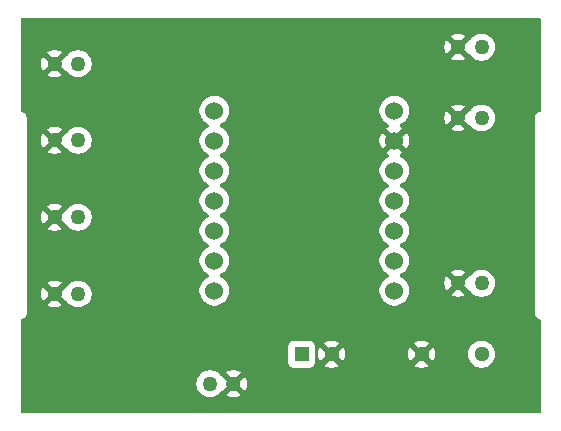
<source format=gbl>
%TF.GenerationSoftware,KiCad,Pcbnew,9.0.0*%
%TF.CreationDate,2025-09-07T15:38:32-04:00*%
%TF.ProjectId,OlfactoryDisplay,4f6c6661-6374-46f7-9279-446973706c61,rev?*%
%TF.SameCoordinates,Original*%
%TF.FileFunction,Copper,L2,Bot*%
%TF.FilePolarity,Positive*%
%FSLAX46Y46*%
G04 Gerber Fmt 4.6, Leading zero omitted, Abs format (unit mm)*
G04 Created by KiCad (PCBNEW 9.0.0) date 2025-09-07 15:38:32*
%MOMM*%
%LPD*%
G01*
G04 APERTURE LIST*
%TA.AperFunction,ComponentPad*%
%ADD10C,1.270000*%
%TD*%
%TA.AperFunction,ComponentPad*%
%ADD11C,1.524000*%
%TD*%
%TA.AperFunction,ComponentPad*%
%ADD12R,1.288000X1.288000*%
%TD*%
%TA.AperFunction,ComponentPad*%
%ADD13C,1.288000*%
%TD*%
G04 APERTURE END LIST*
D10*
%TO.P,J3,1,1*%
%TO.N,Atomizer 3 Out*%
X84850002Y-68901700D03*
%TO.P,J3,2,2*%
%TO.N,GND*%
X82850001Y-68901700D03*
%TD*%
%TO.P,J2,1,1*%
%TO.N,Atomizer 2 Out*%
X84850001Y-62401700D03*
%TO.P,J2,2,2*%
%TO.N,GND*%
X82850000Y-62401700D03*
%TD*%
D11*
%TO.P,U7,1,PA02_A0_D0*%
%TO.N,unconnected-(U7-PA02_A0_D0-Pad1)*%
X96380000Y-59880000D03*
%TO.P,U7,2,PA4_A1_D1*%
%TO.N,Net-(U3-G)*%
X96380000Y-62420000D03*
%TO.P,U7,3,PA10_A2_D2*%
%TO.N,Net-(U4-G)*%
X96380000Y-64960000D03*
%TO.P,U7,4,PA11_A3_D3*%
%TO.N,Net-(U5-G)*%
X96380000Y-67500000D03*
%TO.P,U7,5,PA8_A4_D4_SDA*%
%TO.N,Net-(U6-G)*%
X96380000Y-70040000D03*
%TO.P,U7,6,PA9_A5_D5_SCL*%
%TO.N,unconnected-(U7-PA9_A5_D5_SCL-Pad6)*%
X96380000Y-72580000D03*
%TO.P,U7,7,PB08_A6_D6_TX*%
%TO.N,unconnected-(U7-PB08_A6_D6_TX-Pad7)*%
X96380000Y-75120000D03*
%TO.P,U7,8,PB09_A7_D7_RX*%
%TO.N,unconnected-(U7-PB09_A7_D7_RX-Pad8)*%
X111620000Y-75120000D03*
%TO.P,U7,9,PA7_A8_D8_SCK*%
%TO.N,unconnected-(U7-PA7_A8_D8_SCK-Pad9)*%
X111620000Y-72580000D03*
%TO.P,U7,10,PA5_A9_D9_MISO*%
%TO.N,Net-(U1-G)*%
X111620000Y-70040000D03*
%TO.P,U7,11,PA6_A10_D10_MOSI*%
%TO.N,Net-(U2-G)*%
X111620000Y-67500000D03*
%TO.P,U7,12,3V3*%
%TO.N,unconnected-(U7-3V3-Pad12)*%
X111620000Y-64960000D03*
%TO.P,U7,13,GND*%
%TO.N,GND*%
X111620000Y-62420000D03*
%TO.P,U7,14,5V*%
%TO.N,Battery 2 In*%
X111620000Y-59880000D03*
%TD*%
D10*
%TO.P,J9,1,1*%
%TO.N,5V Fan Out*%
X119000000Y-60500000D03*
%TO.P,J9,2,2*%
%TO.N,GND*%
X116999999Y-60500000D03*
%TD*%
D12*
%TO.P,PS1,1,+VIN*%
%TO.N,Battery 2 In*%
X103760000Y-80500000D03*
D13*
%TO.P,PS1,2,-VIN*%
%TO.N,GND*%
X106300000Y-80500000D03*
%TO.P,PS1,5,-VOUT*%
X113920000Y-80500000D03*
%TO.P,PS1,7,+VOUT*%
%TO.N,Converter Out*%
X119000000Y-80500000D03*
%TD*%
D10*
%TO.P,J6,1,1*%
%TO.N,Battery 2 In*%
X119000000Y-54500000D03*
%TO.P,J6,2,2*%
%TO.N,GND*%
X116999999Y-54500000D03*
%TD*%
%TO.P,J4,1,1*%
%TO.N,Atomizer 4 Out*%
X84850001Y-75401700D03*
%TO.P,J4,2,2*%
%TO.N,GND*%
X82850000Y-75401700D03*
%TD*%
%TO.P,J1,1,1*%
%TO.N,Atomizer 1 Out*%
X84850001Y-55901700D03*
%TO.P,J1,2,2*%
%TO.N,GND*%
X82850000Y-55901700D03*
%TD*%
%TO.P,J7,1,1*%
%TO.N,Battery 1 In*%
X95999999Y-83000000D03*
%TO.P,J7,2,2*%
%TO.N,GND*%
X98000000Y-83000000D03*
%TD*%
%TO.P,J5,1,1*%
%TO.N,12V Fan Out*%
X119000001Y-74499999D03*
%TO.P,J5,2,2*%
%TO.N,GND*%
X117000000Y-74499999D03*
%TD*%
%TA.AperFunction,Conductor*%
%TO.N,GND*%
G36*
X123943039Y-52020185D02*
G01*
X123988794Y-52072989D01*
X124000000Y-52124500D01*
X124000000Y-59886696D01*
X123980315Y-59953735D01*
X123927511Y-59999490D01*
X123908097Y-60006469D01*
X123866853Y-60017520D01*
X123806812Y-60033608D01*
X123692686Y-60099500D01*
X123692683Y-60099502D01*
X123599502Y-60192683D01*
X123599500Y-60192686D01*
X123533608Y-60306812D01*
X123499500Y-60434108D01*
X123499500Y-77065891D01*
X123533608Y-77193187D01*
X123566554Y-77250250D01*
X123599500Y-77307314D01*
X123692686Y-77400500D01*
X123806814Y-77466392D01*
X123908095Y-77493529D01*
X123967753Y-77529892D01*
X123998283Y-77592739D01*
X124000000Y-77613303D01*
X124000000Y-85375500D01*
X123980315Y-85442539D01*
X123927511Y-85488294D01*
X123876000Y-85499500D01*
X80124000Y-85499500D01*
X80056961Y-85479815D01*
X80011206Y-85427011D01*
X80000000Y-85375500D01*
X80000000Y-82910634D01*
X94864499Y-82910634D01*
X94864499Y-83089365D01*
X94892459Y-83265898D01*
X94892459Y-83265901D01*
X94947688Y-83435878D01*
X94947690Y-83435881D01*
X95028832Y-83595132D01*
X95133888Y-83739728D01*
X95260271Y-83866111D01*
X95404867Y-83971167D01*
X95564118Y-84052309D01*
X95564120Y-84052310D01*
X95722669Y-84103825D01*
X95734102Y-84107540D01*
X95910633Y-84135500D01*
X95910634Y-84135500D01*
X96089364Y-84135500D01*
X96089365Y-84135500D01*
X96265896Y-84107540D01*
X96265899Y-84107539D01*
X96265900Y-84107539D01*
X96435877Y-84052310D01*
X96435877Y-84052309D01*
X96435880Y-84052309D01*
X96595131Y-83971167D01*
X96739727Y-83866111D01*
X96866110Y-83739728D01*
X96928420Y-83653965D01*
X96931898Y-83649952D01*
X96956998Y-83633819D01*
X96980626Y-83615600D01*
X96986749Y-83614697D01*
X96990674Y-83612175D01*
X97003861Y-83612174D01*
X97035344Y-83607533D01*
X97038652Y-83607793D01*
X97619000Y-83027445D01*
X97619000Y-83050160D01*
X97644964Y-83147061D01*
X97695124Y-83233940D01*
X97766060Y-83304876D01*
X97852939Y-83355036D01*
X97949840Y-83381000D01*
X97972554Y-83381000D01*
X97392205Y-83961347D01*
X97392205Y-83961348D01*
X97405129Y-83970738D01*
X97564306Y-84051844D01*
X97734219Y-84107053D01*
X97910669Y-84135000D01*
X98089331Y-84135000D01*
X98265780Y-84107053D01*
X98435693Y-84051844D01*
X98594867Y-83970739D01*
X98594872Y-83970737D01*
X98607794Y-83961347D01*
X98027447Y-83381000D01*
X98050160Y-83381000D01*
X98147061Y-83355036D01*
X98233940Y-83304876D01*
X98304876Y-83233940D01*
X98355036Y-83147061D01*
X98381000Y-83050160D01*
X98381000Y-83027446D01*
X98961347Y-83607794D01*
X98970737Y-83594872D01*
X98970739Y-83594867D01*
X99051844Y-83435693D01*
X99107053Y-83265780D01*
X99135000Y-83089331D01*
X99135000Y-82910668D01*
X99107053Y-82734219D01*
X99051844Y-82564306D01*
X98970738Y-82405129D01*
X98961347Y-82392205D01*
X98381000Y-82972552D01*
X98381000Y-82949840D01*
X98355036Y-82852939D01*
X98304876Y-82766060D01*
X98233940Y-82695124D01*
X98147061Y-82644964D01*
X98050160Y-82619000D01*
X98027447Y-82619000D01*
X98607794Y-82038652D01*
X98607793Y-82038651D01*
X98594869Y-82029260D01*
X98435693Y-81948155D01*
X98265780Y-81892946D01*
X98089331Y-81865000D01*
X97910669Y-81865000D01*
X97734219Y-81892946D01*
X97564306Y-81948155D01*
X97405127Y-82029262D01*
X97392205Y-82038651D01*
X97392204Y-82038651D01*
X97972554Y-82619000D01*
X97949840Y-82619000D01*
X97852939Y-82644964D01*
X97766060Y-82695124D01*
X97695124Y-82766060D01*
X97644964Y-82852939D01*
X97619000Y-82949840D01*
X97619000Y-82972553D01*
X97038651Y-82392204D01*
X97035343Y-82392465D01*
X97030426Y-82391432D01*
X97025608Y-82392847D01*
X96996574Y-82384320D01*
X96966966Y-82378101D01*
X96962077Y-82374190D01*
X96958569Y-82373160D01*
X96946274Y-82361547D01*
X96931897Y-82350046D01*
X96928417Y-82346029D01*
X96866110Y-82260272D01*
X96739727Y-82133889D01*
X96595131Y-82028833D01*
X96435880Y-81947691D01*
X96435877Y-81947689D01*
X96265898Y-81892460D01*
X96148208Y-81873820D01*
X96089365Y-81864500D01*
X95910633Y-81864500D01*
X95851789Y-81873820D01*
X95734100Y-81892460D01*
X95734097Y-81892460D01*
X95564120Y-81947689D01*
X95564117Y-81947691D01*
X95404866Y-82028833D01*
X95260269Y-82133890D01*
X95133889Y-82260270D01*
X95028832Y-82404867D01*
X94947690Y-82564118D01*
X94947688Y-82564121D01*
X94892459Y-82734098D01*
X94892459Y-82734101D01*
X94864499Y-82910634D01*
X80000000Y-82910634D01*
X80000000Y-79808135D01*
X102615500Y-79808135D01*
X102615500Y-81191870D01*
X102615501Y-81191876D01*
X102621908Y-81251483D01*
X102672202Y-81386328D01*
X102672206Y-81386335D01*
X102758452Y-81501544D01*
X102758455Y-81501547D01*
X102873664Y-81587793D01*
X102873671Y-81587797D01*
X103008517Y-81638091D01*
X103008516Y-81638091D01*
X103015444Y-81638835D01*
X103068127Y-81644500D01*
X104451872Y-81644499D01*
X104511483Y-81638091D01*
X104646331Y-81587796D01*
X104761546Y-81501546D01*
X104847796Y-81386331D01*
X104898091Y-81251483D01*
X104904500Y-81191873D01*
X104904499Y-80409966D01*
X105156000Y-80409966D01*
X105156000Y-80590033D01*
X105184170Y-80767888D01*
X105184170Y-80767891D01*
X105239812Y-80939140D01*
X105239813Y-80939143D01*
X105321565Y-81099588D01*
X105332208Y-81114236D01*
X105332209Y-81114237D01*
X105910000Y-80536446D01*
X105910000Y-80551344D01*
X105936578Y-80650534D01*
X105987923Y-80739465D01*
X106060535Y-80812077D01*
X106149466Y-80863422D01*
X106248656Y-80890000D01*
X106263554Y-80890000D01*
X105685762Y-81467790D01*
X105685762Y-81467791D01*
X105700411Y-81478434D01*
X105860856Y-81560186D01*
X105860859Y-81560187D01*
X106032110Y-81615829D01*
X106209966Y-81644000D01*
X106390034Y-81644000D01*
X106567888Y-81615829D01*
X106567891Y-81615829D01*
X106739140Y-81560187D01*
X106739143Y-81560186D01*
X106899586Y-81478435D01*
X106914236Y-81467791D01*
X106914236Y-81467790D01*
X106336447Y-80890000D01*
X106351344Y-80890000D01*
X106450534Y-80863422D01*
X106539465Y-80812077D01*
X106612077Y-80739465D01*
X106663422Y-80650534D01*
X106690000Y-80551344D01*
X106690000Y-80536446D01*
X107267790Y-81114236D01*
X107267791Y-81114236D01*
X107278435Y-81099586D01*
X107360186Y-80939143D01*
X107360187Y-80939140D01*
X107415829Y-80767891D01*
X107415829Y-80767888D01*
X107444000Y-80590033D01*
X107444000Y-80409966D01*
X112776000Y-80409966D01*
X112776000Y-80590033D01*
X112804170Y-80767888D01*
X112804170Y-80767891D01*
X112859812Y-80939140D01*
X112859813Y-80939143D01*
X112941565Y-81099588D01*
X112952208Y-81114236D01*
X112952209Y-81114237D01*
X113530000Y-80536446D01*
X113530000Y-80551344D01*
X113556578Y-80650534D01*
X113607923Y-80739465D01*
X113680535Y-80812077D01*
X113769466Y-80863422D01*
X113868656Y-80890000D01*
X113883554Y-80890000D01*
X113305762Y-81467790D01*
X113305762Y-81467791D01*
X113320411Y-81478434D01*
X113480856Y-81560186D01*
X113480859Y-81560187D01*
X113652110Y-81615829D01*
X113829966Y-81644000D01*
X114010034Y-81644000D01*
X114187888Y-81615829D01*
X114187891Y-81615829D01*
X114359140Y-81560187D01*
X114359143Y-81560186D01*
X114519586Y-81478435D01*
X114534236Y-81467791D01*
X114534236Y-81467790D01*
X113956447Y-80890000D01*
X113971344Y-80890000D01*
X114070534Y-80863422D01*
X114159465Y-80812077D01*
X114232077Y-80739465D01*
X114283422Y-80650534D01*
X114310000Y-80551344D01*
X114310000Y-80536446D01*
X114887790Y-81114236D01*
X114887791Y-81114236D01*
X114898435Y-81099586D01*
X114980186Y-80939143D01*
X114980187Y-80939140D01*
X115035829Y-80767891D01*
X115035829Y-80767888D01*
X115064000Y-80590033D01*
X115064000Y-80409966D01*
X115063993Y-80409920D01*
X117855500Y-80409920D01*
X117855500Y-80590079D01*
X117883680Y-80768004D01*
X117914684Y-80863422D01*
X117939287Y-80939143D01*
X117939351Y-80939338D01*
X118021138Y-81099852D01*
X118127018Y-81245585D01*
X118127022Y-81245590D01*
X118254409Y-81372977D01*
X118254414Y-81372981D01*
X118381530Y-81465335D01*
X118400151Y-81478864D01*
X118560664Y-81560650D01*
X118690763Y-81602921D01*
X118731995Y-81616319D01*
X118909921Y-81644500D01*
X118909926Y-81644500D01*
X119090079Y-81644500D01*
X119268004Y-81616319D01*
X119269512Y-81615829D01*
X119439336Y-81560650D01*
X119599849Y-81478864D01*
X119745592Y-81372976D01*
X119872976Y-81245592D01*
X119978864Y-81099849D01*
X120060650Y-80939336D01*
X120116319Y-80768004D01*
X120120839Y-80739465D01*
X120144500Y-80590079D01*
X120144500Y-80409920D01*
X120116319Y-80231995D01*
X120088522Y-80146446D01*
X120060650Y-80060664D01*
X119978864Y-79900151D01*
X119912011Y-79808135D01*
X119872981Y-79754414D01*
X119872977Y-79754409D01*
X119745590Y-79627022D01*
X119745585Y-79627018D01*
X119599852Y-79521138D01*
X119599851Y-79521137D01*
X119599849Y-79521136D01*
X119439336Y-79439350D01*
X119394902Y-79424912D01*
X119268004Y-79383680D01*
X119090079Y-79355500D01*
X119090074Y-79355500D01*
X118909926Y-79355500D01*
X118909921Y-79355500D01*
X118731995Y-79383680D01*
X118560661Y-79439351D01*
X118400147Y-79521138D01*
X118254414Y-79627018D01*
X118254409Y-79627022D01*
X118127022Y-79754409D01*
X118127018Y-79754414D01*
X118021138Y-79900147D01*
X117939351Y-80060661D01*
X117883680Y-80231995D01*
X117855500Y-80409920D01*
X115063993Y-80409920D01*
X115035829Y-80232111D01*
X115035829Y-80232108D01*
X114980187Y-80060859D01*
X114980186Y-80060856D01*
X114898434Y-79900411D01*
X114887790Y-79885762D01*
X114310000Y-80463552D01*
X114310000Y-80448656D01*
X114283422Y-80349466D01*
X114232077Y-80260535D01*
X114159465Y-80187923D01*
X114070534Y-80136578D01*
X113971344Y-80110000D01*
X113956447Y-80110000D01*
X114534237Y-79532209D01*
X114534236Y-79532208D01*
X114519588Y-79521565D01*
X114359143Y-79439813D01*
X114359140Y-79439812D01*
X114187889Y-79384170D01*
X114010034Y-79356000D01*
X113829966Y-79356000D01*
X113652111Y-79384170D01*
X113652108Y-79384170D01*
X113480859Y-79439812D01*
X113480856Y-79439813D01*
X113320410Y-79521565D01*
X113320408Y-79521566D01*
X113305762Y-79532206D01*
X113305762Y-79532208D01*
X113883554Y-80110000D01*
X113868656Y-80110000D01*
X113769466Y-80136578D01*
X113680535Y-80187923D01*
X113607923Y-80260535D01*
X113556578Y-80349466D01*
X113530000Y-80448656D01*
X113530000Y-80463554D01*
X112952208Y-79885762D01*
X112952206Y-79885762D01*
X112941566Y-79900408D01*
X112941565Y-79900410D01*
X112859813Y-80060856D01*
X112859812Y-80060859D01*
X112804170Y-80232108D01*
X112804170Y-80232111D01*
X112776000Y-80409966D01*
X107444000Y-80409966D01*
X107415829Y-80232111D01*
X107415829Y-80232108D01*
X107360187Y-80060859D01*
X107360186Y-80060856D01*
X107278434Y-79900411D01*
X107267790Y-79885762D01*
X106690000Y-80463552D01*
X106690000Y-80448656D01*
X106663422Y-80349466D01*
X106612077Y-80260535D01*
X106539465Y-80187923D01*
X106450534Y-80136578D01*
X106351344Y-80110000D01*
X106336447Y-80110000D01*
X106914237Y-79532208D01*
X106899588Y-79521565D01*
X106739143Y-79439813D01*
X106739140Y-79439812D01*
X106567889Y-79384170D01*
X106390034Y-79356000D01*
X106209966Y-79356000D01*
X106032111Y-79384170D01*
X106032108Y-79384170D01*
X105860859Y-79439812D01*
X105860856Y-79439813D01*
X105700410Y-79521565D01*
X105700408Y-79521566D01*
X105685762Y-79532206D01*
X105685762Y-79532208D01*
X106263554Y-80110000D01*
X106248656Y-80110000D01*
X106149466Y-80136578D01*
X106060535Y-80187923D01*
X105987923Y-80260535D01*
X105936578Y-80349466D01*
X105910000Y-80448656D01*
X105910000Y-80463554D01*
X105332208Y-79885762D01*
X105332206Y-79885762D01*
X105321566Y-79900408D01*
X105321565Y-79900410D01*
X105239813Y-80060856D01*
X105239812Y-80060859D01*
X105184170Y-80232108D01*
X105184170Y-80232111D01*
X105156000Y-80409966D01*
X104904499Y-80409966D01*
X104904499Y-79808128D01*
X104898091Y-79748517D01*
X104898091Y-79748516D01*
X104851202Y-79622799D01*
X104851201Y-79622798D01*
X104847798Y-79613674D01*
X104847797Y-79613672D01*
X104847796Y-79613669D01*
X104847794Y-79613666D01*
X104847793Y-79613664D01*
X104761547Y-79498455D01*
X104761544Y-79498452D01*
X104646335Y-79412206D01*
X104646328Y-79412202D01*
X104511482Y-79361908D01*
X104511483Y-79361908D01*
X104451883Y-79355501D01*
X104451881Y-79355500D01*
X104451873Y-79355500D01*
X104451864Y-79355500D01*
X103068129Y-79355500D01*
X103068123Y-79355501D01*
X103008516Y-79361908D01*
X102873671Y-79412202D01*
X102873664Y-79412206D01*
X102758455Y-79498452D01*
X102758452Y-79498455D01*
X102672206Y-79613664D01*
X102672202Y-79613671D01*
X102621908Y-79748517D01*
X102615501Y-79808116D01*
X102615501Y-79808123D01*
X102615500Y-79808135D01*
X80000000Y-79808135D01*
X80000000Y-77613303D01*
X80019685Y-77546264D01*
X80072489Y-77500509D01*
X80091895Y-77493532D01*
X80193186Y-77466392D01*
X80307314Y-77400500D01*
X80400500Y-77307314D01*
X80466392Y-77193186D01*
X80500500Y-77065892D01*
X80500500Y-75312368D01*
X81715000Y-75312368D01*
X81715000Y-75491031D01*
X81742946Y-75667480D01*
X81798155Y-75837393D01*
X81879260Y-75996569D01*
X81888651Y-76009493D01*
X81888652Y-76009494D01*
X82469000Y-75429146D01*
X82469000Y-75451860D01*
X82494964Y-75548761D01*
X82545124Y-75635640D01*
X82616060Y-75706576D01*
X82702939Y-75756736D01*
X82799840Y-75782700D01*
X82822554Y-75782700D01*
X82242205Y-76363047D01*
X82242205Y-76363048D01*
X82255129Y-76372438D01*
X82414306Y-76453544D01*
X82584219Y-76508753D01*
X82760669Y-76536700D01*
X82939331Y-76536700D01*
X83115780Y-76508753D01*
X83285693Y-76453544D01*
X83444867Y-76372439D01*
X83444872Y-76372437D01*
X83457794Y-76363047D01*
X82877447Y-75782700D01*
X82900160Y-75782700D01*
X82997061Y-75756736D01*
X83083940Y-75706576D01*
X83154876Y-75635640D01*
X83205036Y-75548761D01*
X83231000Y-75451860D01*
X83231000Y-75429146D01*
X83811347Y-76009493D01*
X83814659Y-76009233D01*
X83883036Y-76023599D01*
X83924702Y-76059965D01*
X83941425Y-76082981D01*
X83983890Y-76141428D01*
X84110273Y-76267811D01*
X84254869Y-76372867D01*
X84414120Y-76454009D01*
X84414122Y-76454010D01*
X84554127Y-76499500D01*
X84584104Y-76509240D01*
X84760635Y-76537200D01*
X84760636Y-76537200D01*
X84939366Y-76537200D01*
X84939367Y-76537200D01*
X85115898Y-76509240D01*
X85115901Y-76509239D01*
X85115902Y-76509239D01*
X85285879Y-76454010D01*
X85285879Y-76454009D01*
X85285882Y-76454009D01*
X85445133Y-76372867D01*
X85589729Y-76267811D01*
X85716112Y-76141428D01*
X85821168Y-75996832D01*
X85902310Y-75837581D01*
X85957541Y-75667597D01*
X85985501Y-75491066D01*
X85985501Y-75312334D01*
X85957541Y-75135803D01*
X85957540Y-75135799D01*
X85957540Y-75135798D01*
X85902311Y-74965821D01*
X85902309Y-74965818D01*
X85887054Y-74935877D01*
X85821168Y-74806568D01*
X85716112Y-74661972D01*
X85589729Y-74535589D01*
X85445133Y-74430533D01*
X85285882Y-74349391D01*
X85285879Y-74349389D01*
X85115900Y-74294160D01*
X84998210Y-74275520D01*
X84939367Y-74266200D01*
X84760635Y-74266200D01*
X84701791Y-74275520D01*
X84584102Y-74294160D01*
X84584099Y-74294160D01*
X84414122Y-74349389D01*
X84414119Y-74349391D01*
X84254868Y-74430533D01*
X84110271Y-74535590D01*
X83983892Y-74661969D01*
X83983885Y-74661978D01*
X83924703Y-74743434D01*
X83869373Y-74786100D01*
X83814658Y-74794166D01*
X83811347Y-74793905D01*
X83231000Y-75374252D01*
X83231000Y-75351540D01*
X83205036Y-75254639D01*
X83154876Y-75167760D01*
X83083940Y-75096824D01*
X82997061Y-75046664D01*
X82900160Y-75020700D01*
X82877447Y-75020700D01*
X83457794Y-74440352D01*
X83457793Y-74440351D01*
X83444869Y-74430960D01*
X83285693Y-74349855D01*
X83115780Y-74294646D01*
X82939331Y-74266700D01*
X82760669Y-74266700D01*
X82584219Y-74294646D01*
X82414306Y-74349855D01*
X82255127Y-74430962D01*
X82242205Y-74440351D01*
X82242204Y-74440351D01*
X82822554Y-75020700D01*
X82799840Y-75020700D01*
X82702939Y-75046664D01*
X82616060Y-75096824D01*
X82545124Y-75167760D01*
X82494964Y-75254639D01*
X82469000Y-75351540D01*
X82469000Y-75374253D01*
X81888651Y-74793904D01*
X81888651Y-74793905D01*
X81879262Y-74806827D01*
X81798155Y-74966006D01*
X81742946Y-75135919D01*
X81715000Y-75312368D01*
X80500500Y-75312368D01*
X80500500Y-68812368D01*
X81715001Y-68812368D01*
X81715001Y-68991031D01*
X81742947Y-69167480D01*
X81798156Y-69337393D01*
X81879261Y-69496569D01*
X81888652Y-69509493D01*
X81888653Y-69509494D01*
X82469001Y-68929146D01*
X82469001Y-68951860D01*
X82494965Y-69048761D01*
X82545125Y-69135640D01*
X82616061Y-69206576D01*
X82702940Y-69256736D01*
X82799841Y-69282700D01*
X82822555Y-69282700D01*
X82242206Y-69863047D01*
X82242206Y-69863048D01*
X82255130Y-69872438D01*
X82414307Y-69953544D01*
X82584220Y-70008753D01*
X82760670Y-70036700D01*
X82939332Y-70036700D01*
X83115781Y-70008753D01*
X83285694Y-69953544D01*
X83444868Y-69872439D01*
X83444873Y-69872437D01*
X83457795Y-69863047D01*
X82877448Y-69282700D01*
X82900161Y-69282700D01*
X82997062Y-69256736D01*
X83083941Y-69206576D01*
X83154877Y-69135640D01*
X83205037Y-69048761D01*
X83231001Y-68951860D01*
X83231001Y-68929146D01*
X83811348Y-69509493D01*
X83814660Y-69509233D01*
X83883037Y-69523599D01*
X83924703Y-69559965D01*
X83979883Y-69635912D01*
X83983891Y-69641428D01*
X84110274Y-69767811D01*
X84254870Y-69872867D01*
X84414121Y-69954009D01*
X84414123Y-69954010D01*
X84572672Y-70005525D01*
X84584105Y-70009240D01*
X84760636Y-70037200D01*
X84760637Y-70037200D01*
X84939367Y-70037200D01*
X84939368Y-70037200D01*
X85115899Y-70009240D01*
X85115902Y-70009239D01*
X85115903Y-70009239D01*
X85285880Y-69954010D01*
X85285880Y-69954009D01*
X85285883Y-69954009D01*
X85445134Y-69872867D01*
X85589730Y-69767811D01*
X85716113Y-69641428D01*
X85821169Y-69496832D01*
X85902311Y-69337581D01*
X85957542Y-69167597D01*
X85985502Y-68991066D01*
X85985502Y-68812334D01*
X85957542Y-68635803D01*
X85957541Y-68635799D01*
X85957541Y-68635798D01*
X85902312Y-68465821D01*
X85902310Y-68465818D01*
X85900865Y-68462981D01*
X85821169Y-68306568D01*
X85716113Y-68161972D01*
X85589730Y-68035589D01*
X85445134Y-67930533D01*
X85285883Y-67849391D01*
X85285880Y-67849389D01*
X85115901Y-67794160D01*
X84998211Y-67775520D01*
X84939368Y-67766200D01*
X84760636Y-67766200D01*
X84701792Y-67775520D01*
X84584103Y-67794160D01*
X84584100Y-67794160D01*
X84414123Y-67849389D01*
X84414120Y-67849391D01*
X84254869Y-67930533D01*
X84110272Y-68035590D01*
X83983893Y-68161969D01*
X83983886Y-68161978D01*
X83924704Y-68243434D01*
X83869374Y-68286100D01*
X83814659Y-68294166D01*
X83811348Y-68293905D01*
X83231001Y-68874252D01*
X83231001Y-68851540D01*
X83205037Y-68754639D01*
X83154877Y-68667760D01*
X83083941Y-68596824D01*
X82997062Y-68546664D01*
X82900161Y-68520700D01*
X82877448Y-68520700D01*
X83457795Y-67940352D01*
X83457794Y-67940351D01*
X83444870Y-67930960D01*
X83285694Y-67849855D01*
X83115781Y-67794646D01*
X82939332Y-67766700D01*
X82760670Y-67766700D01*
X82584220Y-67794646D01*
X82414307Y-67849855D01*
X82255128Y-67930962D01*
X82242206Y-67940351D01*
X82242205Y-67940351D01*
X82822555Y-68520700D01*
X82799841Y-68520700D01*
X82702940Y-68546664D01*
X82616061Y-68596824D01*
X82545125Y-68667760D01*
X82494965Y-68754639D01*
X82469001Y-68851540D01*
X82469001Y-68874253D01*
X81888652Y-68293904D01*
X81888652Y-68293905D01*
X81879263Y-68306827D01*
X81798156Y-68466006D01*
X81742947Y-68635919D01*
X81715001Y-68812368D01*
X80500500Y-68812368D01*
X80500500Y-62312368D01*
X81715000Y-62312368D01*
X81715000Y-62491031D01*
X81742946Y-62667480D01*
X81798155Y-62837393D01*
X81879260Y-62996569D01*
X81888651Y-63009493D01*
X81888652Y-63009494D01*
X82469000Y-62429146D01*
X82469000Y-62451860D01*
X82494964Y-62548761D01*
X82545124Y-62635640D01*
X82616060Y-62706576D01*
X82702939Y-62756736D01*
X82799840Y-62782700D01*
X82822554Y-62782700D01*
X82242205Y-63363047D01*
X82242205Y-63363048D01*
X82255129Y-63372438D01*
X82414306Y-63453544D01*
X82584219Y-63508753D01*
X82760669Y-63536700D01*
X82939331Y-63536700D01*
X83115780Y-63508753D01*
X83285693Y-63453544D01*
X83444867Y-63372439D01*
X83444872Y-63372437D01*
X83457794Y-63363047D01*
X82877447Y-62782700D01*
X82900160Y-62782700D01*
X82997061Y-62756736D01*
X83083940Y-62706576D01*
X83154876Y-62635640D01*
X83205036Y-62548761D01*
X83231000Y-62451860D01*
X83231000Y-62429146D01*
X83811347Y-63009493D01*
X83814659Y-63009233D01*
X83883036Y-63023599D01*
X83924702Y-63059965D01*
X83979882Y-63135912D01*
X83983890Y-63141428D01*
X84110273Y-63267811D01*
X84254869Y-63372867D01*
X84414120Y-63454009D01*
X84414122Y-63454010D01*
X84572671Y-63505525D01*
X84584104Y-63509240D01*
X84760635Y-63537200D01*
X84760636Y-63537200D01*
X84939366Y-63537200D01*
X84939367Y-63537200D01*
X85115898Y-63509240D01*
X85115901Y-63509239D01*
X85115902Y-63509239D01*
X85285879Y-63454010D01*
X85285879Y-63454009D01*
X85285882Y-63454009D01*
X85445133Y-63372867D01*
X85589729Y-63267811D01*
X85716112Y-63141428D01*
X85821168Y-62996832D01*
X85902310Y-62837581D01*
X85957541Y-62667597D01*
X85985501Y-62491066D01*
X85985501Y-62312334D01*
X85957541Y-62135803D01*
X85957540Y-62135799D01*
X85957540Y-62135798D01*
X85902311Y-61965821D01*
X85902309Y-61965818D01*
X85886796Y-61935370D01*
X85821168Y-61806568D01*
X85716112Y-61661972D01*
X85589729Y-61535589D01*
X85445133Y-61430533D01*
X85285882Y-61349391D01*
X85285879Y-61349389D01*
X85115900Y-61294160D01*
X84998210Y-61275520D01*
X84939367Y-61266200D01*
X84760635Y-61266200D01*
X84701791Y-61275520D01*
X84584102Y-61294160D01*
X84584099Y-61294160D01*
X84414122Y-61349389D01*
X84414119Y-61349391D01*
X84254868Y-61430533D01*
X84110271Y-61535590D01*
X83983892Y-61661969D01*
X83983885Y-61661978D01*
X83924703Y-61743434D01*
X83869373Y-61786100D01*
X83814658Y-61794166D01*
X83811347Y-61793905D01*
X83231000Y-62374252D01*
X83231000Y-62351540D01*
X83205036Y-62254639D01*
X83154876Y-62167760D01*
X83083940Y-62096824D01*
X82997061Y-62046664D01*
X82900160Y-62020700D01*
X82877447Y-62020700D01*
X83457794Y-61440352D01*
X83457793Y-61440351D01*
X83444869Y-61430960D01*
X83285693Y-61349855D01*
X83115780Y-61294646D01*
X82939331Y-61266700D01*
X82760669Y-61266700D01*
X82584219Y-61294646D01*
X82414306Y-61349855D01*
X82255127Y-61430962D01*
X82242205Y-61440351D01*
X82242204Y-61440351D01*
X82822554Y-62020700D01*
X82799840Y-62020700D01*
X82702939Y-62046664D01*
X82616060Y-62096824D01*
X82545124Y-62167760D01*
X82494964Y-62254639D01*
X82469000Y-62351540D01*
X82469000Y-62374253D01*
X81888651Y-61793904D01*
X81888651Y-61793905D01*
X81879262Y-61806827D01*
X81798155Y-61966006D01*
X81742946Y-62135919D01*
X81715000Y-62312368D01*
X80500500Y-62312368D01*
X80500500Y-60434108D01*
X80466392Y-60306814D01*
X80400500Y-60192686D01*
X80307314Y-60099500D01*
X80246036Y-60064121D01*
X80193187Y-60033608D01*
X80150519Y-60022175D01*
X80091905Y-60006470D01*
X80068129Y-59991977D01*
X80042797Y-59980409D01*
X80038706Y-59974043D01*
X80032246Y-59970106D01*
X80020078Y-59945058D01*
X80005023Y-59921631D01*
X80003477Y-59910883D01*
X80001717Y-59907259D01*
X80000000Y-59886696D01*
X80000000Y-59780639D01*
X95117500Y-59780639D01*
X95117500Y-59979360D01*
X95148587Y-60175637D01*
X95209993Y-60364629D01*
X95209994Y-60364632D01*
X95278968Y-60499999D01*
X95300213Y-60541694D01*
X95417019Y-60702464D01*
X95557536Y-60842981D01*
X95718306Y-60959787D01*
X95836832Y-61020179D01*
X95874780Y-61039515D01*
X95925576Y-61087490D01*
X95942371Y-61155311D01*
X95919833Y-61221446D01*
X95874780Y-61260485D01*
X95718305Y-61340213D01*
X95557533Y-61457021D01*
X95417021Y-61597533D01*
X95300213Y-61758305D01*
X95209994Y-61935367D01*
X95209993Y-61935370D01*
X95148587Y-62124362D01*
X95117500Y-62320639D01*
X95117500Y-62519360D01*
X95148587Y-62715637D01*
X95209993Y-62904629D01*
X95209994Y-62904632D01*
X95263425Y-63009494D01*
X95300213Y-63081694D01*
X95417019Y-63242464D01*
X95557536Y-63382981D01*
X95718306Y-63499787D01*
X95790752Y-63536700D01*
X95874780Y-63579515D01*
X95925576Y-63627490D01*
X95942371Y-63695311D01*
X95919833Y-63761446D01*
X95874780Y-63800485D01*
X95718305Y-63880213D01*
X95557533Y-63997021D01*
X95417021Y-64137533D01*
X95300213Y-64298305D01*
X95209994Y-64475367D01*
X95209993Y-64475370D01*
X95148587Y-64664362D01*
X95117500Y-64860639D01*
X95117500Y-65059360D01*
X95148587Y-65255637D01*
X95209993Y-65444629D01*
X95209994Y-65444632D01*
X95300213Y-65621694D01*
X95417019Y-65782464D01*
X95557536Y-65922981D01*
X95718306Y-66039787D01*
X95836832Y-66100179D01*
X95874780Y-66119515D01*
X95925576Y-66167490D01*
X95942371Y-66235311D01*
X95919833Y-66301446D01*
X95874780Y-66340485D01*
X95718305Y-66420213D01*
X95557533Y-66537021D01*
X95417021Y-66677533D01*
X95300213Y-66838305D01*
X95209994Y-67015367D01*
X95209993Y-67015370D01*
X95148587Y-67204362D01*
X95117500Y-67400639D01*
X95117500Y-67599360D01*
X95148587Y-67795637D01*
X95209993Y-67984629D01*
X95209994Y-67984632D01*
X95300213Y-68161694D01*
X95417019Y-68322464D01*
X95557536Y-68462981D01*
X95718306Y-68579787D01*
X95828233Y-68635798D01*
X95874780Y-68659515D01*
X95925576Y-68707490D01*
X95942371Y-68775311D01*
X95919833Y-68841446D01*
X95874780Y-68880485D01*
X95718305Y-68960213D01*
X95557533Y-69077021D01*
X95417021Y-69217533D01*
X95300213Y-69378305D01*
X95209994Y-69555367D01*
X95209993Y-69555370D01*
X95148587Y-69744362D01*
X95117500Y-69940639D01*
X95117500Y-70139360D01*
X95148587Y-70335637D01*
X95209993Y-70524629D01*
X95209994Y-70524632D01*
X95300213Y-70701694D01*
X95417019Y-70862464D01*
X95557536Y-71002981D01*
X95718306Y-71119787D01*
X95836832Y-71180179D01*
X95874780Y-71199515D01*
X95925576Y-71247490D01*
X95942371Y-71315311D01*
X95919833Y-71381446D01*
X95874780Y-71420485D01*
X95718305Y-71500213D01*
X95557533Y-71617021D01*
X95417021Y-71757533D01*
X95300213Y-71918305D01*
X95209994Y-72095367D01*
X95209993Y-72095370D01*
X95148587Y-72284362D01*
X95117500Y-72480639D01*
X95117500Y-72679360D01*
X95148587Y-72875637D01*
X95209993Y-73064629D01*
X95209994Y-73064632D01*
X95300213Y-73241694D01*
X95417019Y-73402464D01*
X95557536Y-73542981D01*
X95718306Y-73659787D01*
X95836832Y-73720179D01*
X95874780Y-73739515D01*
X95925576Y-73787490D01*
X95942371Y-73855311D01*
X95919833Y-73921446D01*
X95874780Y-73960485D01*
X95718305Y-74040213D01*
X95557533Y-74157021D01*
X95417021Y-74297533D01*
X95300213Y-74458305D01*
X95209994Y-74635367D01*
X95209993Y-74635370D01*
X95148587Y-74824362D01*
X95117500Y-75020639D01*
X95117500Y-75219360D01*
X95148587Y-75415637D01*
X95209993Y-75604629D01*
X95209994Y-75604632D01*
X95242079Y-75667601D01*
X95300213Y-75781694D01*
X95417019Y-75942464D01*
X95557536Y-76082981D01*
X95718306Y-76199787D01*
X95805149Y-76244035D01*
X95895367Y-76290005D01*
X95895370Y-76290006D01*
X95989866Y-76320709D01*
X96084364Y-76351413D01*
X96280639Y-76382500D01*
X96280640Y-76382500D01*
X96479360Y-76382500D01*
X96479361Y-76382500D01*
X96675636Y-76351413D01*
X96864632Y-76290005D01*
X97041694Y-76199787D01*
X97202464Y-76082981D01*
X97342981Y-75942464D01*
X97459787Y-75781694D01*
X97550005Y-75604632D01*
X97611413Y-75415636D01*
X97642500Y-75219361D01*
X97642500Y-75020639D01*
X97611413Y-74824364D01*
X97558649Y-74661972D01*
X97550006Y-74635370D01*
X97550005Y-74635367D01*
X97499165Y-74535589D01*
X97459787Y-74458306D01*
X97342981Y-74297536D01*
X97202464Y-74157019D01*
X97041694Y-74040213D01*
X96885218Y-73960484D01*
X96834423Y-73912510D01*
X96817628Y-73844689D01*
X96840165Y-73778554D01*
X96885218Y-73739515D01*
X97041694Y-73659787D01*
X97202464Y-73542981D01*
X97342981Y-73402464D01*
X97459787Y-73241694D01*
X97550005Y-73064632D01*
X97611413Y-72875636D01*
X97642500Y-72679361D01*
X97642500Y-72480639D01*
X97611413Y-72284364D01*
X97550005Y-72095368D01*
X97550005Y-72095367D01*
X97459786Y-71918305D01*
X97342981Y-71757536D01*
X97202464Y-71617019D01*
X97041694Y-71500213D01*
X96885218Y-71420484D01*
X96834423Y-71372510D01*
X96817628Y-71304689D01*
X96840165Y-71238554D01*
X96885218Y-71199515D01*
X97041694Y-71119787D01*
X97202464Y-71002981D01*
X97342981Y-70862464D01*
X97459787Y-70701694D01*
X97550005Y-70524632D01*
X97611413Y-70335636D01*
X97642500Y-70139361D01*
X97642500Y-69940639D01*
X97611413Y-69744364D01*
X97550005Y-69555368D01*
X97550005Y-69555367D01*
X97459786Y-69378305D01*
X97342981Y-69217536D01*
X97202464Y-69077019D01*
X97041694Y-68960213D01*
X96885218Y-68880484D01*
X96834423Y-68832510D01*
X96817628Y-68764689D01*
X96840165Y-68698554D01*
X96885218Y-68659515D01*
X97041694Y-68579787D01*
X97202464Y-68462981D01*
X97342981Y-68322464D01*
X97459787Y-68161694D01*
X97550005Y-67984632D01*
X97611413Y-67795636D01*
X97642500Y-67599361D01*
X97642500Y-67400639D01*
X97611413Y-67204364D01*
X97550005Y-67015368D01*
X97550005Y-67015367D01*
X97459786Y-66838305D01*
X97342981Y-66677536D01*
X97202464Y-66537019D01*
X97041694Y-66420213D01*
X96885218Y-66340484D01*
X96834423Y-66292510D01*
X96817628Y-66224689D01*
X96840165Y-66158554D01*
X96885218Y-66119515D01*
X97041694Y-66039787D01*
X97202464Y-65922981D01*
X97342981Y-65782464D01*
X97459787Y-65621694D01*
X97550005Y-65444632D01*
X97611413Y-65255636D01*
X97642500Y-65059361D01*
X97642500Y-64860639D01*
X97611413Y-64664364D01*
X97550005Y-64475368D01*
X97550005Y-64475367D01*
X97459786Y-64298305D01*
X97342981Y-64137536D01*
X97202464Y-63997019D01*
X97041694Y-63880213D01*
X96885218Y-63800484D01*
X96834423Y-63752510D01*
X96817628Y-63684689D01*
X96840165Y-63618554D01*
X96885218Y-63579515D01*
X97041694Y-63499787D01*
X97202464Y-63382981D01*
X97342981Y-63242464D01*
X97459787Y-63081694D01*
X97550005Y-62904632D01*
X97611413Y-62715636D01*
X97642500Y-62519361D01*
X97642500Y-62320639D01*
X97611413Y-62124364D01*
X97550005Y-61935368D01*
X97550005Y-61935367D01*
X97484377Y-61806567D01*
X97459787Y-61758306D01*
X97342981Y-61597536D01*
X97202464Y-61457019D01*
X97041694Y-61340213D01*
X96885218Y-61260484D01*
X96834423Y-61212510D01*
X96817628Y-61144689D01*
X96840165Y-61078554D01*
X96885218Y-61039515D01*
X97041694Y-60959787D01*
X97202464Y-60842981D01*
X97342981Y-60702464D01*
X97459787Y-60541694D01*
X97550005Y-60364632D01*
X97611413Y-60175636D01*
X97642500Y-59979361D01*
X97642500Y-59780639D01*
X110357500Y-59780639D01*
X110357500Y-59979360D01*
X110388587Y-60175637D01*
X110449993Y-60364629D01*
X110449994Y-60364632D01*
X110518968Y-60499999D01*
X110540213Y-60541694D01*
X110657019Y-60702464D01*
X110797536Y-60842981D01*
X110958306Y-60959787D01*
X111115332Y-61039796D01*
X111166127Y-61087769D01*
X111182922Y-61155590D01*
X111160385Y-61221725D01*
X111115332Y-61260764D01*
X110958566Y-61340641D01*
X110921283Y-61367729D01*
X110921282Y-61367730D01*
X111535906Y-61982352D01*
X111448429Y-62005792D01*
X111347070Y-62064311D01*
X111264311Y-62147070D01*
X111205792Y-62248429D01*
X111182352Y-62335905D01*
X110567730Y-61721282D01*
X110567729Y-61721283D01*
X110540643Y-61758564D01*
X110450457Y-61935562D01*
X110389075Y-62124476D01*
X110389075Y-62124479D01*
X110358000Y-62320678D01*
X110358000Y-62519321D01*
X110389075Y-62715520D01*
X110389075Y-62715523D01*
X110450457Y-62904437D01*
X110540641Y-63081432D01*
X110567730Y-63118715D01*
X110567731Y-63118716D01*
X111182352Y-62504094D01*
X111205792Y-62591571D01*
X111264311Y-62692930D01*
X111347070Y-62775689D01*
X111448429Y-62834208D01*
X111535905Y-62857647D01*
X110921283Y-63472268D01*
X110921283Y-63472269D01*
X110958567Y-63499358D01*
X111115331Y-63579234D01*
X111166127Y-63627209D01*
X111182922Y-63695030D01*
X111160384Y-63761165D01*
X111115331Y-63800204D01*
X110958305Y-63880213D01*
X110797533Y-63997021D01*
X110657021Y-64137533D01*
X110540213Y-64298305D01*
X110449994Y-64475367D01*
X110449993Y-64475370D01*
X110388587Y-64664362D01*
X110357500Y-64860639D01*
X110357500Y-65059360D01*
X110388587Y-65255637D01*
X110449993Y-65444629D01*
X110449994Y-65444632D01*
X110540213Y-65621694D01*
X110657019Y-65782464D01*
X110797536Y-65922981D01*
X110958306Y-66039787D01*
X111076832Y-66100179D01*
X111114780Y-66119515D01*
X111165576Y-66167490D01*
X111182371Y-66235311D01*
X111159833Y-66301446D01*
X111114780Y-66340485D01*
X110958305Y-66420213D01*
X110797533Y-66537021D01*
X110657021Y-66677533D01*
X110540213Y-66838305D01*
X110449994Y-67015367D01*
X110449993Y-67015370D01*
X110388587Y-67204362D01*
X110357500Y-67400639D01*
X110357500Y-67599360D01*
X110388587Y-67795637D01*
X110449993Y-67984629D01*
X110449994Y-67984632D01*
X110540213Y-68161694D01*
X110657019Y-68322464D01*
X110797536Y-68462981D01*
X110958306Y-68579787D01*
X111068233Y-68635798D01*
X111114780Y-68659515D01*
X111165576Y-68707490D01*
X111182371Y-68775311D01*
X111159833Y-68841446D01*
X111114780Y-68880485D01*
X110958305Y-68960213D01*
X110797533Y-69077021D01*
X110657021Y-69217533D01*
X110540213Y-69378305D01*
X110449994Y-69555367D01*
X110449993Y-69555370D01*
X110388587Y-69744362D01*
X110357500Y-69940639D01*
X110357500Y-70139360D01*
X110388587Y-70335637D01*
X110449993Y-70524629D01*
X110449994Y-70524632D01*
X110540213Y-70701694D01*
X110657019Y-70862464D01*
X110797536Y-71002981D01*
X110958306Y-71119787D01*
X111076832Y-71180179D01*
X111114780Y-71199515D01*
X111165576Y-71247490D01*
X111182371Y-71315311D01*
X111159833Y-71381446D01*
X111114780Y-71420485D01*
X110958305Y-71500213D01*
X110797533Y-71617021D01*
X110657021Y-71757533D01*
X110540213Y-71918305D01*
X110449994Y-72095367D01*
X110449993Y-72095370D01*
X110388587Y-72284362D01*
X110357500Y-72480639D01*
X110357500Y-72679360D01*
X110388587Y-72875637D01*
X110449993Y-73064629D01*
X110449994Y-73064632D01*
X110540213Y-73241694D01*
X110657019Y-73402464D01*
X110797536Y-73542981D01*
X110958306Y-73659787D01*
X111076832Y-73720179D01*
X111114780Y-73739515D01*
X111165576Y-73787490D01*
X111182371Y-73855311D01*
X111159833Y-73921446D01*
X111114780Y-73960485D01*
X110958305Y-74040213D01*
X110797533Y-74157021D01*
X110657021Y-74297533D01*
X110540213Y-74458305D01*
X110449994Y-74635367D01*
X110449993Y-74635370D01*
X110388587Y-74824362D01*
X110357500Y-75020639D01*
X110357500Y-75219360D01*
X110388587Y-75415637D01*
X110449993Y-75604629D01*
X110449994Y-75604632D01*
X110482079Y-75667601D01*
X110540213Y-75781694D01*
X110657019Y-75942464D01*
X110797536Y-76082981D01*
X110958306Y-76199787D01*
X111045149Y-76244035D01*
X111135367Y-76290005D01*
X111135370Y-76290006D01*
X111229866Y-76320709D01*
X111324364Y-76351413D01*
X111520639Y-76382500D01*
X111520640Y-76382500D01*
X111719360Y-76382500D01*
X111719361Y-76382500D01*
X111915636Y-76351413D01*
X112104632Y-76290005D01*
X112281694Y-76199787D01*
X112442464Y-76082981D01*
X112582981Y-75942464D01*
X112699787Y-75781694D01*
X112790005Y-75604632D01*
X112851413Y-75415636D01*
X112882500Y-75219361D01*
X112882500Y-75020639D01*
X112851413Y-74824364D01*
X112798649Y-74661972D01*
X112790006Y-74635370D01*
X112790005Y-74635367D01*
X112701718Y-74462096D01*
X112699786Y-74458305D01*
X112693635Y-74449839D01*
X112665175Y-74410667D01*
X115865000Y-74410667D01*
X115865000Y-74589330D01*
X115892946Y-74765779D01*
X115948155Y-74935692D01*
X116029260Y-75094868D01*
X116038651Y-75107792D01*
X116038652Y-75107793D01*
X116619000Y-74527445D01*
X116619000Y-74550159D01*
X116644964Y-74647060D01*
X116695124Y-74733939D01*
X116766060Y-74804875D01*
X116852939Y-74855035D01*
X116949840Y-74880999D01*
X116972554Y-74880999D01*
X116392205Y-75461346D01*
X116392205Y-75461347D01*
X116405129Y-75470737D01*
X116564306Y-75551843D01*
X116734219Y-75607052D01*
X116910669Y-75634999D01*
X117089331Y-75634999D01*
X117265780Y-75607052D01*
X117435693Y-75551843D01*
X117594867Y-75470738D01*
X117594872Y-75470736D01*
X117607794Y-75461346D01*
X117027447Y-74880999D01*
X117050160Y-74880999D01*
X117147061Y-74855035D01*
X117233940Y-74804875D01*
X117304876Y-74733939D01*
X117355036Y-74647060D01*
X117381000Y-74550159D01*
X117381000Y-74527445D01*
X117961347Y-75107792D01*
X117964659Y-75107532D01*
X118033036Y-75121898D01*
X118074702Y-75158264D01*
X118119092Y-75219360D01*
X118133890Y-75239727D01*
X118260273Y-75366110D01*
X118404869Y-75471166D01*
X118564120Y-75552308D01*
X118564122Y-75552309D01*
X118722671Y-75603824D01*
X118734104Y-75607539D01*
X118910635Y-75635499D01*
X118910636Y-75635499D01*
X119089366Y-75635499D01*
X119089367Y-75635499D01*
X119265898Y-75607539D01*
X119265901Y-75607538D01*
X119265902Y-75607538D01*
X119435879Y-75552309D01*
X119435879Y-75552308D01*
X119435882Y-75552308D01*
X119595133Y-75471166D01*
X119739729Y-75366110D01*
X119866112Y-75239727D01*
X119971168Y-75095131D01*
X120052310Y-74935880D01*
X120088544Y-74824364D01*
X120107540Y-74765900D01*
X120107540Y-74765899D01*
X120107541Y-74765896D01*
X120135501Y-74589365D01*
X120135501Y-74410633D01*
X120107541Y-74234102D01*
X120107540Y-74234098D01*
X120107540Y-74234097D01*
X120052311Y-74064120D01*
X120052309Y-74064117D01*
X120040130Y-74040213D01*
X119971168Y-73904867D01*
X119866112Y-73760271D01*
X119739729Y-73633888D01*
X119595133Y-73528832D01*
X119435882Y-73447690D01*
X119435879Y-73447688D01*
X119265900Y-73392459D01*
X119148210Y-73373819D01*
X119089367Y-73364499D01*
X118910635Y-73364499D01*
X118851791Y-73373819D01*
X118734102Y-73392459D01*
X118734099Y-73392459D01*
X118564122Y-73447688D01*
X118564119Y-73447690D01*
X118404868Y-73528832D01*
X118260271Y-73633889D01*
X118133892Y-73760268D01*
X118133885Y-73760277D01*
X118074703Y-73841733D01*
X118019373Y-73884399D01*
X117964658Y-73892465D01*
X117961347Y-73892204D01*
X117381000Y-74472551D01*
X117381000Y-74449839D01*
X117355036Y-74352938D01*
X117304876Y-74266059D01*
X117233940Y-74195123D01*
X117147061Y-74144963D01*
X117050160Y-74118999D01*
X117027447Y-74118999D01*
X117607794Y-73538651D01*
X117607793Y-73538650D01*
X117594869Y-73529259D01*
X117435693Y-73448154D01*
X117265780Y-73392945D01*
X117089331Y-73364999D01*
X116910669Y-73364999D01*
X116734219Y-73392945D01*
X116564306Y-73448154D01*
X116405127Y-73529261D01*
X116392205Y-73538650D01*
X116392204Y-73538650D01*
X116972554Y-74118999D01*
X116949840Y-74118999D01*
X116852939Y-74144963D01*
X116766060Y-74195123D01*
X116695124Y-74266059D01*
X116644964Y-74352938D01*
X116619000Y-74449839D01*
X116619000Y-74472552D01*
X116038651Y-73892203D01*
X116038651Y-73892204D01*
X116029262Y-73905126D01*
X115948155Y-74064305D01*
X115892946Y-74234218D01*
X115865000Y-74410667D01*
X112665175Y-74410667D01*
X112582981Y-74297536D01*
X112442464Y-74157019D01*
X112281694Y-74040213D01*
X112125218Y-73960484D01*
X112074423Y-73912510D01*
X112057628Y-73844689D01*
X112080165Y-73778554D01*
X112125218Y-73739515D01*
X112281694Y-73659787D01*
X112442464Y-73542981D01*
X112582981Y-73402464D01*
X112699787Y-73241694D01*
X112790005Y-73064632D01*
X112851413Y-72875636D01*
X112882500Y-72679361D01*
X112882500Y-72480639D01*
X112851413Y-72284364D01*
X112790005Y-72095368D01*
X112790005Y-72095367D01*
X112699786Y-71918305D01*
X112582981Y-71757536D01*
X112442464Y-71617019D01*
X112281694Y-71500213D01*
X112125218Y-71420484D01*
X112074423Y-71372510D01*
X112057628Y-71304689D01*
X112080165Y-71238554D01*
X112125218Y-71199515D01*
X112281694Y-71119787D01*
X112442464Y-71002981D01*
X112582981Y-70862464D01*
X112699787Y-70701694D01*
X112790005Y-70524632D01*
X112851413Y-70335636D01*
X112882500Y-70139361D01*
X112882500Y-69940639D01*
X112851413Y-69744364D01*
X112790005Y-69555368D01*
X112790005Y-69555367D01*
X112699786Y-69378305D01*
X112582981Y-69217536D01*
X112442464Y-69077019D01*
X112281694Y-68960213D01*
X112125218Y-68880484D01*
X112074423Y-68832510D01*
X112057628Y-68764689D01*
X112080165Y-68698554D01*
X112125218Y-68659515D01*
X112281694Y-68579787D01*
X112442464Y-68462981D01*
X112582981Y-68322464D01*
X112699787Y-68161694D01*
X112790005Y-67984632D01*
X112851413Y-67795636D01*
X112882500Y-67599361D01*
X112882500Y-67400639D01*
X112851413Y-67204364D01*
X112790005Y-67015368D01*
X112790005Y-67015367D01*
X112699786Y-66838305D01*
X112582981Y-66677536D01*
X112442464Y-66537019D01*
X112281694Y-66420213D01*
X112125218Y-66340484D01*
X112074423Y-66292510D01*
X112057628Y-66224689D01*
X112080165Y-66158554D01*
X112125218Y-66119515D01*
X112281694Y-66039787D01*
X112442464Y-65922981D01*
X112582981Y-65782464D01*
X112699787Y-65621694D01*
X112790005Y-65444632D01*
X112851413Y-65255636D01*
X112882500Y-65059361D01*
X112882500Y-64860639D01*
X112851413Y-64664364D01*
X112790005Y-64475368D01*
X112790005Y-64475367D01*
X112699786Y-64298305D01*
X112582981Y-64137536D01*
X112442464Y-63997019D01*
X112281694Y-63880213D01*
X112124667Y-63800203D01*
X112073872Y-63752229D01*
X112057077Y-63684408D01*
X112079614Y-63618273D01*
X112124669Y-63579234D01*
X112281422Y-63499364D01*
X112318716Y-63472268D01*
X111704095Y-62857647D01*
X111791571Y-62834208D01*
X111892930Y-62775689D01*
X111975689Y-62692930D01*
X112034208Y-62591571D01*
X112057647Y-62504094D01*
X112672268Y-63118715D01*
X112699362Y-63081425D01*
X112789542Y-62904437D01*
X112850924Y-62715523D01*
X112850924Y-62715520D01*
X112882000Y-62519321D01*
X112882000Y-62320678D01*
X112850924Y-62124479D01*
X112850924Y-62124476D01*
X112789542Y-61935562D01*
X112699358Y-61758567D01*
X112672268Y-61721283D01*
X112057647Y-62335904D01*
X112034208Y-62248429D01*
X111975689Y-62147070D01*
X111892930Y-62064311D01*
X111791571Y-62005792D01*
X111704094Y-61982352D01*
X112318715Y-61367731D01*
X112318715Y-61367730D01*
X112281432Y-61340641D01*
X112124668Y-61260765D01*
X112073872Y-61212790D01*
X112057077Y-61144969D01*
X112079615Y-61078834D01*
X112124667Y-61039796D01*
X112281694Y-60959787D01*
X112442464Y-60842981D01*
X112582981Y-60702464D01*
X112699787Y-60541694D01*
X112766548Y-60410668D01*
X115864999Y-60410668D01*
X115864999Y-60589331D01*
X115892945Y-60765780D01*
X115948154Y-60935693D01*
X116029259Y-61094869D01*
X116038650Y-61107793D01*
X116038651Y-61107794D01*
X116618999Y-60527446D01*
X116618999Y-60550160D01*
X116644963Y-60647061D01*
X116695123Y-60733940D01*
X116766059Y-60804876D01*
X116852938Y-60855036D01*
X116949839Y-60881000D01*
X116972553Y-60881000D01*
X116392204Y-61461347D01*
X116392204Y-61461348D01*
X116405128Y-61470738D01*
X116564305Y-61551844D01*
X116734218Y-61607053D01*
X116910668Y-61635000D01*
X117089330Y-61635000D01*
X117265779Y-61607053D01*
X117435692Y-61551844D01*
X117594866Y-61470739D01*
X117594871Y-61470737D01*
X117607793Y-61461347D01*
X117027446Y-60881000D01*
X117050159Y-60881000D01*
X117147060Y-60855036D01*
X117233939Y-60804876D01*
X117304875Y-60733940D01*
X117355035Y-60647061D01*
X117380999Y-60550160D01*
X117380999Y-60527446D01*
X117961346Y-61107793D01*
X117964658Y-61107533D01*
X118033035Y-61121899D01*
X118074701Y-61158265D01*
X118114317Y-61212790D01*
X118133889Y-61239728D01*
X118260272Y-61366111D01*
X118404868Y-61471167D01*
X118564119Y-61552309D01*
X118564121Y-61552310D01*
X118703314Y-61597536D01*
X118734103Y-61607540D01*
X118910634Y-61635500D01*
X118910635Y-61635500D01*
X119089365Y-61635500D01*
X119089366Y-61635500D01*
X119265897Y-61607540D01*
X119265900Y-61607539D01*
X119265901Y-61607539D01*
X119435878Y-61552310D01*
X119435878Y-61552309D01*
X119435881Y-61552309D01*
X119595132Y-61471167D01*
X119739728Y-61366111D01*
X119866111Y-61239728D01*
X119971167Y-61095132D01*
X120052309Y-60935881D01*
X120107540Y-60765897D01*
X120135500Y-60589366D01*
X120135500Y-60410634D01*
X120107540Y-60234103D01*
X120107539Y-60234099D01*
X120107539Y-60234098D01*
X120052310Y-60064121D01*
X120052308Y-60064118D01*
X120036763Y-60033608D01*
X119971167Y-59904868D01*
X119866111Y-59760272D01*
X119739728Y-59633889D01*
X119595132Y-59528833D01*
X119435881Y-59447691D01*
X119435878Y-59447689D01*
X119265899Y-59392460D01*
X119148209Y-59373820D01*
X119089366Y-59364500D01*
X118910634Y-59364500D01*
X118851790Y-59373820D01*
X118734101Y-59392460D01*
X118734098Y-59392460D01*
X118564121Y-59447689D01*
X118564118Y-59447691D01*
X118404867Y-59528833D01*
X118260270Y-59633890D01*
X118133891Y-59760269D01*
X118133884Y-59760278D01*
X118074702Y-59841734D01*
X118019372Y-59884400D01*
X117964657Y-59892466D01*
X117961346Y-59892205D01*
X117380999Y-60472552D01*
X117380999Y-60449840D01*
X117355035Y-60352939D01*
X117304875Y-60266060D01*
X117233939Y-60195124D01*
X117147060Y-60144964D01*
X117050159Y-60119000D01*
X117027446Y-60119000D01*
X117607793Y-59538652D01*
X117607792Y-59538651D01*
X117594868Y-59529260D01*
X117435692Y-59448155D01*
X117265779Y-59392946D01*
X117089330Y-59365000D01*
X116910668Y-59365000D01*
X116734218Y-59392946D01*
X116564305Y-59448155D01*
X116405126Y-59529262D01*
X116392204Y-59538651D01*
X116392203Y-59538651D01*
X116972553Y-60119000D01*
X116949839Y-60119000D01*
X116852938Y-60144964D01*
X116766059Y-60195124D01*
X116695123Y-60266060D01*
X116644963Y-60352939D01*
X116618999Y-60449840D01*
X116618999Y-60472553D01*
X116038650Y-59892204D01*
X116038650Y-59892205D01*
X116029261Y-59905127D01*
X115948154Y-60064306D01*
X115892945Y-60234219D01*
X115864999Y-60410668D01*
X112766548Y-60410668D01*
X112790005Y-60364632D01*
X112851413Y-60175636D01*
X112882500Y-59979361D01*
X112882500Y-59780639D01*
X112851413Y-59584364D01*
X112833370Y-59528833D01*
X112790006Y-59395370D01*
X112790005Y-59395367D01*
X112699786Y-59218305D01*
X112582981Y-59057536D01*
X112442464Y-58917019D01*
X112281694Y-58800213D01*
X112104632Y-58709994D01*
X112104629Y-58709993D01*
X111915637Y-58648587D01*
X111817498Y-58633043D01*
X111719361Y-58617500D01*
X111520639Y-58617500D01*
X111455214Y-58627862D01*
X111324362Y-58648587D01*
X111135370Y-58709993D01*
X111135367Y-58709994D01*
X110958305Y-58800213D01*
X110797533Y-58917021D01*
X110657021Y-59057533D01*
X110540213Y-59218305D01*
X110449994Y-59395367D01*
X110449993Y-59395370D01*
X110388587Y-59584362D01*
X110357500Y-59780639D01*
X97642500Y-59780639D01*
X97611413Y-59584364D01*
X97580709Y-59489866D01*
X97550006Y-59395370D01*
X97550005Y-59395367D01*
X97459786Y-59218305D01*
X97342981Y-59057536D01*
X97202464Y-58917019D01*
X97041694Y-58800213D01*
X96864632Y-58709994D01*
X96864629Y-58709993D01*
X96675637Y-58648587D01*
X96577498Y-58633043D01*
X96479361Y-58617500D01*
X96280639Y-58617500D01*
X96215214Y-58627862D01*
X96084362Y-58648587D01*
X95895370Y-58709993D01*
X95895367Y-58709994D01*
X95718305Y-58800213D01*
X95557533Y-58917021D01*
X95417021Y-59057533D01*
X95300213Y-59218305D01*
X95209994Y-59395367D01*
X95209993Y-59395370D01*
X95148587Y-59584362D01*
X95117500Y-59780639D01*
X80000000Y-59780639D01*
X80000000Y-55812368D01*
X81715000Y-55812368D01*
X81715000Y-55991031D01*
X81742946Y-56167480D01*
X81798155Y-56337393D01*
X81879260Y-56496569D01*
X81888651Y-56509493D01*
X81888652Y-56509494D01*
X82469000Y-55929146D01*
X82469000Y-55951860D01*
X82494964Y-56048761D01*
X82545124Y-56135640D01*
X82616060Y-56206576D01*
X82702939Y-56256736D01*
X82799840Y-56282700D01*
X82822554Y-56282700D01*
X82242205Y-56863047D01*
X82242205Y-56863048D01*
X82255129Y-56872438D01*
X82414306Y-56953544D01*
X82584219Y-57008753D01*
X82760669Y-57036700D01*
X82939331Y-57036700D01*
X83115780Y-57008753D01*
X83285693Y-56953544D01*
X83444867Y-56872439D01*
X83444872Y-56872437D01*
X83457794Y-56863047D01*
X82877447Y-56282700D01*
X82900160Y-56282700D01*
X82997061Y-56256736D01*
X83083940Y-56206576D01*
X83154876Y-56135640D01*
X83205036Y-56048761D01*
X83231000Y-55951860D01*
X83231000Y-55929146D01*
X83811347Y-56509493D01*
X83814659Y-56509233D01*
X83883036Y-56523599D01*
X83924702Y-56559965D01*
X83979882Y-56635912D01*
X83983890Y-56641428D01*
X84110273Y-56767811D01*
X84254869Y-56872867D01*
X84414120Y-56954009D01*
X84414122Y-56954010D01*
X84572671Y-57005525D01*
X84584104Y-57009240D01*
X84760635Y-57037200D01*
X84760636Y-57037200D01*
X84939366Y-57037200D01*
X84939367Y-57037200D01*
X85115898Y-57009240D01*
X85115901Y-57009239D01*
X85115902Y-57009239D01*
X85285879Y-56954010D01*
X85285879Y-56954009D01*
X85285882Y-56954009D01*
X85445133Y-56872867D01*
X85589729Y-56767811D01*
X85716112Y-56641428D01*
X85821168Y-56496832D01*
X85902310Y-56337581D01*
X85957541Y-56167597D01*
X85985501Y-55991066D01*
X85985501Y-55812334D01*
X85957541Y-55635803D01*
X85957540Y-55635799D01*
X85957540Y-55635798D01*
X85920142Y-55520700D01*
X85902310Y-55465819D01*
X85821168Y-55306568D01*
X85716112Y-55161972D01*
X85589729Y-55035589D01*
X85445133Y-54930533D01*
X85285882Y-54849391D01*
X85285879Y-54849389D01*
X85115900Y-54794160D01*
X84998210Y-54775520D01*
X84939367Y-54766200D01*
X84760635Y-54766200D01*
X84701791Y-54775520D01*
X84584102Y-54794160D01*
X84584099Y-54794160D01*
X84414122Y-54849389D01*
X84414119Y-54849391D01*
X84254868Y-54930533D01*
X84110271Y-55035590D01*
X83983892Y-55161969D01*
X83983885Y-55161978D01*
X83924703Y-55243434D01*
X83869373Y-55286100D01*
X83814658Y-55294166D01*
X83811347Y-55293905D01*
X83231000Y-55874252D01*
X83231000Y-55851540D01*
X83205036Y-55754639D01*
X83154876Y-55667760D01*
X83083940Y-55596824D01*
X82997061Y-55546664D01*
X82900160Y-55520700D01*
X82877447Y-55520700D01*
X83457794Y-54940352D01*
X83457793Y-54940351D01*
X83444869Y-54930960D01*
X83285693Y-54849855D01*
X83115780Y-54794646D01*
X82939331Y-54766700D01*
X82760669Y-54766700D01*
X82584219Y-54794646D01*
X82414306Y-54849855D01*
X82255127Y-54930962D01*
X82242205Y-54940351D01*
X82242204Y-54940351D01*
X82822554Y-55520700D01*
X82799840Y-55520700D01*
X82702939Y-55546664D01*
X82616060Y-55596824D01*
X82545124Y-55667760D01*
X82494964Y-55754639D01*
X82469000Y-55851540D01*
X82469000Y-55874253D01*
X81888651Y-55293904D01*
X81888651Y-55293905D01*
X81879262Y-55306827D01*
X81798155Y-55466006D01*
X81742946Y-55635919D01*
X81715000Y-55812368D01*
X80000000Y-55812368D01*
X80000000Y-54410668D01*
X115864999Y-54410668D01*
X115864999Y-54589331D01*
X115892945Y-54765780D01*
X115948154Y-54935693D01*
X116029259Y-55094869D01*
X116038650Y-55107793D01*
X116038651Y-55107794D01*
X116618999Y-54527446D01*
X116618999Y-54550160D01*
X116644963Y-54647061D01*
X116695123Y-54733940D01*
X116766059Y-54804876D01*
X116852938Y-54855036D01*
X116949839Y-54881000D01*
X116972553Y-54881000D01*
X116392204Y-55461347D01*
X116392204Y-55461348D01*
X116405128Y-55470738D01*
X116564305Y-55551844D01*
X116734218Y-55607053D01*
X116910668Y-55635000D01*
X117089330Y-55635000D01*
X117265779Y-55607053D01*
X117435692Y-55551844D01*
X117594866Y-55470739D01*
X117594871Y-55470737D01*
X117607793Y-55461347D01*
X117027446Y-54881000D01*
X117050159Y-54881000D01*
X117147060Y-54855036D01*
X117233939Y-54804876D01*
X117304875Y-54733940D01*
X117355035Y-54647061D01*
X117380999Y-54550160D01*
X117380999Y-54527446D01*
X117961346Y-55107793D01*
X117964658Y-55107533D01*
X118033035Y-55121899D01*
X118074701Y-55158265D01*
X118129881Y-55234212D01*
X118133889Y-55239728D01*
X118260272Y-55366111D01*
X118404868Y-55471167D01*
X118564119Y-55552309D01*
X118564121Y-55552310D01*
X118701122Y-55596824D01*
X118734103Y-55607540D01*
X118910634Y-55635500D01*
X118910635Y-55635500D01*
X119089365Y-55635500D01*
X119089366Y-55635500D01*
X119265897Y-55607540D01*
X119265900Y-55607539D01*
X119265901Y-55607539D01*
X119435878Y-55552310D01*
X119435878Y-55552309D01*
X119435881Y-55552309D01*
X119595132Y-55471167D01*
X119739728Y-55366111D01*
X119866111Y-55239728D01*
X119971167Y-55095132D01*
X120052309Y-54935881D01*
X120079059Y-54853554D01*
X120107539Y-54765901D01*
X120107539Y-54765900D01*
X120107540Y-54765897D01*
X120135500Y-54589366D01*
X120135500Y-54410634D01*
X120107540Y-54234103D01*
X120107539Y-54234099D01*
X120107539Y-54234098D01*
X120052310Y-54064121D01*
X120052308Y-54064118D01*
X119971299Y-53905127D01*
X119971167Y-53904868D01*
X119866111Y-53760272D01*
X119739728Y-53633889D01*
X119595132Y-53528833D01*
X119435881Y-53447691D01*
X119435878Y-53447689D01*
X119265899Y-53392460D01*
X119148209Y-53373820D01*
X119089366Y-53364500D01*
X118910634Y-53364500D01*
X118851790Y-53373820D01*
X118734101Y-53392460D01*
X118734098Y-53392460D01*
X118564121Y-53447689D01*
X118564118Y-53447691D01*
X118404867Y-53528833D01*
X118260270Y-53633890D01*
X118133891Y-53760269D01*
X118133884Y-53760278D01*
X118074702Y-53841734D01*
X118019372Y-53884400D01*
X117964657Y-53892466D01*
X117961346Y-53892205D01*
X117380999Y-54472552D01*
X117380999Y-54449840D01*
X117355035Y-54352939D01*
X117304875Y-54266060D01*
X117233939Y-54195124D01*
X117147060Y-54144964D01*
X117050159Y-54119000D01*
X117027446Y-54119000D01*
X117607793Y-53538652D01*
X117607792Y-53538651D01*
X117594868Y-53529260D01*
X117435692Y-53448155D01*
X117265779Y-53392946D01*
X117089330Y-53365000D01*
X116910668Y-53365000D01*
X116734218Y-53392946D01*
X116564305Y-53448155D01*
X116405126Y-53529262D01*
X116392204Y-53538651D01*
X116392203Y-53538651D01*
X116972553Y-54119000D01*
X116949839Y-54119000D01*
X116852938Y-54144964D01*
X116766059Y-54195124D01*
X116695123Y-54266060D01*
X116644963Y-54352939D01*
X116618999Y-54449840D01*
X116618999Y-54472553D01*
X116038650Y-53892204D01*
X116038650Y-53892205D01*
X116029261Y-53905127D01*
X115948154Y-54064306D01*
X115892945Y-54234219D01*
X115864999Y-54410668D01*
X80000000Y-54410668D01*
X80000000Y-52124500D01*
X80019685Y-52057461D01*
X80072489Y-52011706D01*
X80124000Y-52000500D01*
X123876000Y-52000500D01*
X123943039Y-52020185D01*
G37*
%TD.AperFunction*%
%TD*%
M02*

</source>
